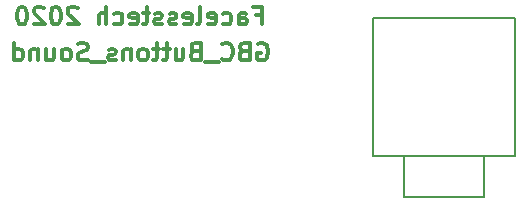
<source format=gbr>
G04 #@! TF.GenerationSoftware,KiCad,Pcbnew,5.0.2+dfsg1-1~bpo9+1*
G04 #@! TF.CreationDate,2020-07-02T14:44:30+01:00*
G04 #@! TF.ProjectId,gbc_outline_basic,6762635f-6f75-4746-9c69-6e655f626173,rev?*
G04 #@! TF.SameCoordinates,Original*
G04 #@! TF.FileFunction,Legend,Bot*
G04 #@! TF.FilePolarity,Positive*
%FSLAX46Y46*%
G04 Gerber Fmt 4.6, Leading zero omitted, Abs format (unit mm)*
G04 Created by KiCad (PCBNEW 5.0.2+dfsg1-1~bpo9+1) date Thu 02 Jul 2020 14:44:30 BST*
%MOMM*%
%LPD*%
G01*
G04 APERTURE LIST*
%ADD10C,0.300000*%
%ADD11C,0.150000*%
G04 APERTURE END LIST*
D10*
X88935200Y-155693680D02*
X89078057Y-155622251D01*
X89292342Y-155622251D01*
X89506628Y-155693680D01*
X89649485Y-155836537D01*
X89720914Y-155979394D01*
X89792342Y-156265108D01*
X89792342Y-156479394D01*
X89720914Y-156765108D01*
X89649485Y-156907965D01*
X89506628Y-157050822D01*
X89292342Y-157122251D01*
X89149485Y-157122251D01*
X88935200Y-157050822D01*
X88863771Y-156979394D01*
X88863771Y-156479394D01*
X89149485Y-156479394D01*
X87720914Y-156336537D02*
X87506628Y-156407965D01*
X87435200Y-156479394D01*
X87363771Y-156622251D01*
X87363771Y-156836537D01*
X87435200Y-156979394D01*
X87506628Y-157050822D01*
X87649485Y-157122251D01*
X88220914Y-157122251D01*
X88220914Y-155622251D01*
X87720914Y-155622251D01*
X87578057Y-155693680D01*
X87506628Y-155765108D01*
X87435200Y-155907965D01*
X87435200Y-156050822D01*
X87506628Y-156193680D01*
X87578057Y-156265108D01*
X87720914Y-156336537D01*
X88220914Y-156336537D01*
X85863771Y-156979394D02*
X85935200Y-157050822D01*
X86149485Y-157122251D01*
X86292342Y-157122251D01*
X86506628Y-157050822D01*
X86649485Y-156907965D01*
X86720914Y-156765108D01*
X86792342Y-156479394D01*
X86792342Y-156265108D01*
X86720914Y-155979394D01*
X86649485Y-155836537D01*
X86506628Y-155693680D01*
X86292342Y-155622251D01*
X86149485Y-155622251D01*
X85935200Y-155693680D01*
X85863771Y-155765108D01*
X85578057Y-157265108D02*
X84435200Y-157265108D01*
X83578057Y-156336537D02*
X83363771Y-156407965D01*
X83292342Y-156479394D01*
X83220914Y-156622251D01*
X83220914Y-156836537D01*
X83292342Y-156979394D01*
X83363771Y-157050822D01*
X83506628Y-157122251D01*
X84078057Y-157122251D01*
X84078057Y-155622251D01*
X83578057Y-155622251D01*
X83435200Y-155693680D01*
X83363771Y-155765108D01*
X83292342Y-155907965D01*
X83292342Y-156050822D01*
X83363771Y-156193680D01*
X83435200Y-156265108D01*
X83578057Y-156336537D01*
X84078057Y-156336537D01*
X81935200Y-156122251D02*
X81935200Y-157122251D01*
X82578057Y-156122251D02*
X82578057Y-156907965D01*
X82506628Y-157050822D01*
X82363771Y-157122251D01*
X82149485Y-157122251D01*
X82006628Y-157050822D01*
X81935200Y-156979394D01*
X81435200Y-156122251D02*
X80863771Y-156122251D01*
X81220914Y-155622251D02*
X81220914Y-156907965D01*
X81149485Y-157050822D01*
X81006628Y-157122251D01*
X80863771Y-157122251D01*
X80578057Y-156122251D02*
X80006628Y-156122251D01*
X80363771Y-155622251D02*
X80363771Y-156907965D01*
X80292342Y-157050822D01*
X80149485Y-157122251D01*
X80006628Y-157122251D01*
X79292342Y-157122251D02*
X79435200Y-157050822D01*
X79506628Y-156979394D01*
X79578057Y-156836537D01*
X79578057Y-156407965D01*
X79506628Y-156265108D01*
X79435200Y-156193680D01*
X79292342Y-156122251D01*
X79078057Y-156122251D01*
X78935200Y-156193680D01*
X78863771Y-156265108D01*
X78792342Y-156407965D01*
X78792342Y-156836537D01*
X78863771Y-156979394D01*
X78935200Y-157050822D01*
X79078057Y-157122251D01*
X79292342Y-157122251D01*
X78149485Y-156122251D02*
X78149485Y-157122251D01*
X78149485Y-156265108D02*
X78078057Y-156193680D01*
X77935200Y-156122251D01*
X77720914Y-156122251D01*
X77578057Y-156193680D01*
X77506628Y-156336537D01*
X77506628Y-157122251D01*
X76863771Y-157050822D02*
X76720914Y-157122251D01*
X76435200Y-157122251D01*
X76292342Y-157050822D01*
X76220914Y-156907965D01*
X76220914Y-156836537D01*
X76292342Y-156693680D01*
X76435200Y-156622251D01*
X76649485Y-156622251D01*
X76792342Y-156550822D01*
X76863771Y-156407965D01*
X76863771Y-156336537D01*
X76792342Y-156193680D01*
X76649485Y-156122251D01*
X76435200Y-156122251D01*
X76292342Y-156193680D01*
X75935200Y-157265108D02*
X74792342Y-157265108D01*
X74506628Y-157050822D02*
X74292342Y-157122251D01*
X73935200Y-157122251D01*
X73792342Y-157050822D01*
X73720914Y-156979394D01*
X73649485Y-156836537D01*
X73649485Y-156693680D01*
X73720914Y-156550822D01*
X73792342Y-156479394D01*
X73935200Y-156407965D01*
X74220914Y-156336537D01*
X74363771Y-156265108D01*
X74435200Y-156193680D01*
X74506628Y-156050822D01*
X74506628Y-155907965D01*
X74435200Y-155765108D01*
X74363771Y-155693680D01*
X74220914Y-155622251D01*
X73863771Y-155622251D01*
X73649485Y-155693680D01*
X72792342Y-157122251D02*
X72935200Y-157050822D01*
X73006628Y-156979394D01*
X73078057Y-156836537D01*
X73078057Y-156407965D01*
X73006628Y-156265108D01*
X72935200Y-156193680D01*
X72792342Y-156122251D01*
X72578057Y-156122251D01*
X72435200Y-156193680D01*
X72363771Y-156265108D01*
X72292342Y-156407965D01*
X72292342Y-156836537D01*
X72363771Y-156979394D01*
X72435200Y-157050822D01*
X72578057Y-157122251D01*
X72792342Y-157122251D01*
X71006628Y-156122251D02*
X71006628Y-157122251D01*
X71649485Y-156122251D02*
X71649485Y-156907965D01*
X71578057Y-157050822D01*
X71435200Y-157122251D01*
X71220914Y-157122251D01*
X71078057Y-157050822D01*
X71006628Y-156979394D01*
X70292342Y-156122251D02*
X70292342Y-157122251D01*
X70292342Y-156265108D02*
X70220914Y-156193680D01*
X70078057Y-156122251D01*
X69863771Y-156122251D01*
X69720914Y-156193680D01*
X69649485Y-156336537D01*
X69649485Y-157122251D01*
X68292342Y-157122251D02*
X68292342Y-155622251D01*
X68292342Y-157050822D02*
X68435200Y-157122251D01*
X68720914Y-157122251D01*
X68863771Y-157050822D01*
X68935200Y-156979394D01*
X69006628Y-156836537D01*
X69006628Y-156407965D01*
X68935200Y-156265108D01*
X68863771Y-156193680D01*
X68720914Y-156122251D01*
X68435200Y-156122251D01*
X68292342Y-156193680D01*
X88723988Y-153288537D02*
X89223988Y-153288537D01*
X89223988Y-154074251D02*
X89223988Y-152574251D01*
X88509702Y-152574251D01*
X87295417Y-154074251D02*
X87295417Y-153288537D01*
X87366845Y-153145680D01*
X87509702Y-153074251D01*
X87795417Y-153074251D01*
X87938274Y-153145680D01*
X87295417Y-154002822D02*
X87438274Y-154074251D01*
X87795417Y-154074251D01*
X87938274Y-154002822D01*
X88009702Y-153859965D01*
X88009702Y-153717108D01*
X87938274Y-153574251D01*
X87795417Y-153502822D01*
X87438274Y-153502822D01*
X87295417Y-153431394D01*
X85938274Y-154002822D02*
X86081131Y-154074251D01*
X86366845Y-154074251D01*
X86509702Y-154002822D01*
X86581131Y-153931394D01*
X86652559Y-153788537D01*
X86652559Y-153359965D01*
X86581131Y-153217108D01*
X86509702Y-153145680D01*
X86366845Y-153074251D01*
X86081131Y-153074251D01*
X85938274Y-153145680D01*
X84723988Y-154002822D02*
X84866845Y-154074251D01*
X85152559Y-154074251D01*
X85295417Y-154002822D01*
X85366845Y-153859965D01*
X85366845Y-153288537D01*
X85295417Y-153145680D01*
X85152559Y-153074251D01*
X84866845Y-153074251D01*
X84723988Y-153145680D01*
X84652559Y-153288537D01*
X84652559Y-153431394D01*
X85366845Y-153574251D01*
X83795417Y-154074251D02*
X83938274Y-154002822D01*
X84009702Y-153859965D01*
X84009702Y-152574251D01*
X82652559Y-154002822D02*
X82795417Y-154074251D01*
X83081131Y-154074251D01*
X83223988Y-154002822D01*
X83295417Y-153859965D01*
X83295417Y-153288537D01*
X83223988Y-153145680D01*
X83081131Y-153074251D01*
X82795417Y-153074251D01*
X82652559Y-153145680D01*
X82581131Y-153288537D01*
X82581131Y-153431394D01*
X83295417Y-153574251D01*
X82009702Y-154002822D02*
X81866845Y-154074251D01*
X81581131Y-154074251D01*
X81438274Y-154002822D01*
X81366845Y-153859965D01*
X81366845Y-153788537D01*
X81438274Y-153645680D01*
X81581131Y-153574251D01*
X81795417Y-153574251D01*
X81938274Y-153502822D01*
X82009702Y-153359965D01*
X82009702Y-153288537D01*
X81938274Y-153145680D01*
X81795417Y-153074251D01*
X81581131Y-153074251D01*
X81438274Y-153145680D01*
X80795417Y-154002822D02*
X80652559Y-154074251D01*
X80366845Y-154074251D01*
X80223988Y-154002822D01*
X80152559Y-153859965D01*
X80152559Y-153788537D01*
X80223988Y-153645680D01*
X80366845Y-153574251D01*
X80581131Y-153574251D01*
X80723988Y-153502822D01*
X80795417Y-153359965D01*
X80795417Y-153288537D01*
X80723988Y-153145680D01*
X80581131Y-153074251D01*
X80366845Y-153074251D01*
X80223988Y-153145680D01*
X79723988Y-153074251D02*
X79152559Y-153074251D01*
X79509702Y-152574251D02*
X79509702Y-153859965D01*
X79438274Y-154002822D01*
X79295417Y-154074251D01*
X79152559Y-154074251D01*
X78081131Y-154002822D02*
X78223988Y-154074251D01*
X78509702Y-154074251D01*
X78652559Y-154002822D01*
X78723988Y-153859965D01*
X78723988Y-153288537D01*
X78652559Y-153145680D01*
X78509702Y-153074251D01*
X78223988Y-153074251D01*
X78081131Y-153145680D01*
X78009702Y-153288537D01*
X78009702Y-153431394D01*
X78723988Y-153574251D01*
X76723988Y-154002822D02*
X76866845Y-154074251D01*
X77152559Y-154074251D01*
X77295417Y-154002822D01*
X77366845Y-153931394D01*
X77438274Y-153788537D01*
X77438274Y-153359965D01*
X77366845Y-153217108D01*
X77295417Y-153145680D01*
X77152559Y-153074251D01*
X76866845Y-153074251D01*
X76723988Y-153145680D01*
X76081131Y-154074251D02*
X76081131Y-152574251D01*
X75438274Y-154074251D02*
X75438274Y-153288537D01*
X75509702Y-153145680D01*
X75652559Y-153074251D01*
X75866845Y-153074251D01*
X76009702Y-153145680D01*
X76081131Y-153217108D01*
X73652559Y-152717108D02*
X73581131Y-152645680D01*
X73438274Y-152574251D01*
X73081131Y-152574251D01*
X72938274Y-152645680D01*
X72866845Y-152717108D01*
X72795417Y-152859965D01*
X72795417Y-153002822D01*
X72866845Y-153217108D01*
X73723988Y-154074251D01*
X72795417Y-154074251D01*
X71866845Y-152574251D02*
X71723988Y-152574251D01*
X71581131Y-152645680D01*
X71509702Y-152717108D01*
X71438274Y-152859965D01*
X71366845Y-153145680D01*
X71366845Y-153502822D01*
X71438274Y-153788537D01*
X71509702Y-153931394D01*
X71581131Y-154002822D01*
X71723988Y-154074251D01*
X71866845Y-154074251D01*
X72009702Y-154002822D01*
X72081131Y-153931394D01*
X72152559Y-153788537D01*
X72223988Y-153502822D01*
X72223988Y-153145680D01*
X72152559Y-152859965D01*
X72081131Y-152717108D01*
X72009702Y-152645680D01*
X71866845Y-152574251D01*
X70795417Y-152717108D02*
X70723988Y-152645680D01*
X70581131Y-152574251D01*
X70223988Y-152574251D01*
X70081131Y-152645680D01*
X70009702Y-152717108D01*
X69938274Y-152859965D01*
X69938274Y-153002822D01*
X70009702Y-153217108D01*
X70866845Y-154074251D01*
X69938274Y-154074251D01*
X69009702Y-152574251D02*
X68866845Y-152574251D01*
X68723988Y-152645680D01*
X68652559Y-152717108D01*
X68581131Y-152859965D01*
X68509702Y-153145680D01*
X68509702Y-153502822D01*
X68581131Y-153788537D01*
X68652559Y-153931394D01*
X68723988Y-154002822D01*
X68866845Y-154074251D01*
X69009702Y-154074251D01*
X69152559Y-154002822D01*
X69223988Y-153931394D01*
X69295417Y-153788537D01*
X69366845Y-153502822D01*
X69366845Y-153145680D01*
X69295417Y-152859965D01*
X69223988Y-152717108D01*
X69152559Y-152645680D01*
X69009702Y-152574251D01*
D11*
G04 #@! TO.C,U1*
X98645980Y-153553160D02*
X110710980Y-153553160D01*
X110710980Y-153553160D02*
X110710980Y-165224460D01*
X110710980Y-165224460D02*
X98645980Y-165224460D01*
X98645980Y-165224460D02*
X98645980Y-153553160D01*
X101287580Y-165224460D02*
X101287580Y-168704260D01*
X101287580Y-168704260D02*
X108069380Y-168704260D01*
X108069380Y-168704260D02*
X108069380Y-165224460D01*
G04 #@! TD*
M02*

</source>
